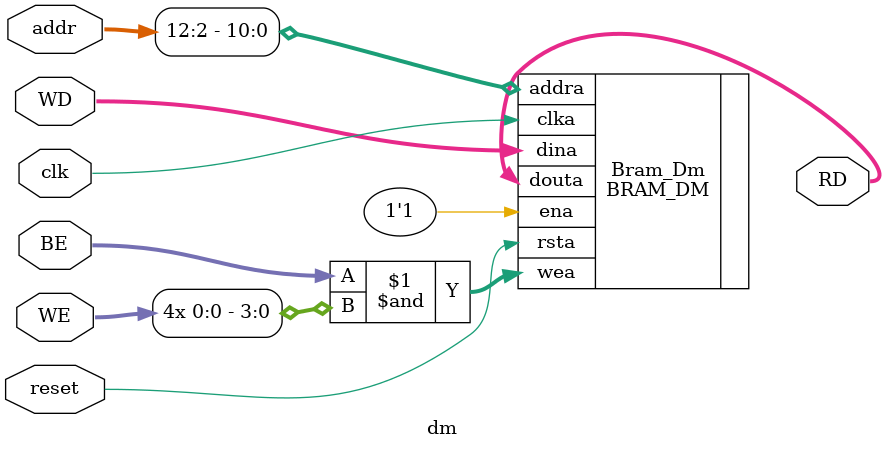
<source format=v>
module dm(
    input clk,
    input reset,
    input WE,
    input [3:0] BE,
    input [31:0] addr,
    input [31:0] WD,
    output [31:0] RD
);
	
	BRAM_DM Bram_Dm (
	  .clka(clk), // input clka
	  .rsta(reset), // input rsta
	  .ena(1'b1), // input ena
	  .wea(BE & {4{WE}}), // input [3 : 0] wea
	  .addra(addr[12:2]), // input [10 : 0] addra
	  .dina(WD), // input [31 : 0] dina
	  .douta(RD) // output [31 : 0] douta
);

endmodule // dm
</source>
